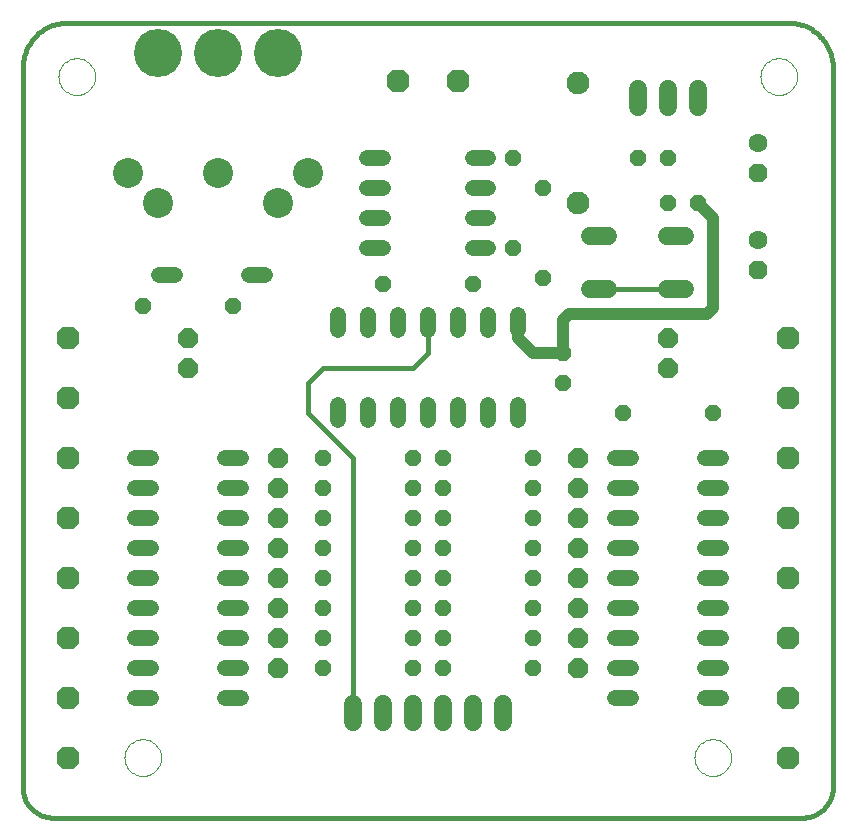
<source format=gtl>
G75*
G70*
%OFA0B0*%
%FSLAX24Y24*%
%IPPOS*%
%LPD*%
%AMOC8*
5,1,8,0,0,1.08239X$1,22.5*
%
%ADD10C,0.0000*%
%ADD11C,0.0160*%
%ADD12C,0.0520*%
%ADD13C,0.1000*%
%ADD14C,0.1600*%
%ADD15OC8,0.0520*%
%ADD16C,0.0594*%
%ADD17OC8,0.0760*%
%ADD18OC8,0.0630*%
%ADD19C,0.0630*%
%ADD20OC8,0.0660*%
%ADD21C,0.0600*%
%ADD22C,0.0760*%
%ADD23C,0.0400*%
D10*
X000182Y000889D02*
X000182Y002689D01*
X003572Y002189D02*
X003574Y002238D01*
X003580Y002287D01*
X003590Y002335D01*
X003603Y002382D01*
X003621Y002428D01*
X003642Y002472D01*
X003666Y002515D01*
X003694Y002555D01*
X003725Y002594D01*
X003759Y002629D01*
X003796Y002662D01*
X003835Y002691D01*
X003877Y002717D01*
X003920Y002740D01*
X003966Y002759D01*
X004012Y002775D01*
X004060Y002787D01*
X004108Y002795D01*
X004157Y002799D01*
X004207Y002799D01*
X004256Y002795D01*
X004304Y002787D01*
X004352Y002775D01*
X004398Y002759D01*
X004444Y002740D01*
X004487Y002717D01*
X004529Y002691D01*
X004568Y002662D01*
X004605Y002629D01*
X004639Y002594D01*
X004670Y002555D01*
X004698Y002515D01*
X004722Y002472D01*
X004743Y002428D01*
X004761Y002382D01*
X004774Y002335D01*
X004784Y002287D01*
X004790Y002238D01*
X004792Y002189D01*
X004790Y002140D01*
X004784Y002091D01*
X004774Y002043D01*
X004761Y001996D01*
X004743Y001950D01*
X004722Y001906D01*
X004698Y001863D01*
X004670Y001823D01*
X004639Y001784D01*
X004605Y001749D01*
X004568Y001716D01*
X004529Y001687D01*
X004487Y001661D01*
X004444Y001638D01*
X004398Y001619D01*
X004352Y001603D01*
X004304Y001591D01*
X004256Y001583D01*
X004207Y001579D01*
X004157Y001579D01*
X004108Y001583D01*
X004060Y001591D01*
X004012Y001603D01*
X003966Y001619D01*
X003920Y001638D01*
X003877Y001661D01*
X003835Y001687D01*
X003796Y001716D01*
X003759Y001749D01*
X003725Y001784D01*
X003694Y001823D01*
X003666Y001863D01*
X003642Y001906D01*
X003621Y001950D01*
X003603Y001996D01*
X003590Y002043D01*
X003580Y002091D01*
X003574Y002140D01*
X003572Y002189D01*
X022572Y002189D02*
X022574Y002238D01*
X022580Y002287D01*
X022590Y002335D01*
X022603Y002382D01*
X022621Y002428D01*
X022642Y002472D01*
X022666Y002515D01*
X022694Y002555D01*
X022725Y002594D01*
X022759Y002629D01*
X022796Y002662D01*
X022835Y002691D01*
X022877Y002717D01*
X022920Y002740D01*
X022966Y002759D01*
X023012Y002775D01*
X023060Y002787D01*
X023108Y002795D01*
X023157Y002799D01*
X023207Y002799D01*
X023256Y002795D01*
X023304Y002787D01*
X023352Y002775D01*
X023398Y002759D01*
X023444Y002740D01*
X023487Y002717D01*
X023529Y002691D01*
X023568Y002662D01*
X023605Y002629D01*
X023639Y002594D01*
X023670Y002555D01*
X023698Y002515D01*
X023722Y002472D01*
X023743Y002428D01*
X023761Y002382D01*
X023774Y002335D01*
X023784Y002287D01*
X023790Y002238D01*
X023792Y002189D01*
X023790Y002140D01*
X023784Y002091D01*
X023774Y002043D01*
X023761Y001996D01*
X023743Y001950D01*
X023722Y001906D01*
X023698Y001863D01*
X023670Y001823D01*
X023639Y001784D01*
X023605Y001749D01*
X023568Y001716D01*
X023529Y001687D01*
X023487Y001661D01*
X023444Y001638D01*
X023398Y001619D01*
X023352Y001603D01*
X023304Y001591D01*
X023256Y001583D01*
X023207Y001579D01*
X023157Y001579D01*
X023108Y001583D01*
X023060Y001591D01*
X023012Y001603D01*
X022966Y001619D01*
X022920Y001638D01*
X022877Y001661D01*
X022835Y001687D01*
X022796Y001716D01*
X022759Y001749D01*
X022725Y001784D01*
X022694Y001823D01*
X022666Y001863D01*
X022642Y001906D01*
X022621Y001950D01*
X022603Y001996D01*
X022590Y002043D01*
X022580Y002091D01*
X022574Y002140D01*
X022572Y002189D01*
X024772Y024889D02*
X024774Y024938D01*
X024780Y024987D01*
X024790Y025035D01*
X024803Y025082D01*
X024821Y025128D01*
X024842Y025172D01*
X024866Y025215D01*
X024894Y025255D01*
X024925Y025294D01*
X024959Y025329D01*
X024996Y025362D01*
X025035Y025391D01*
X025077Y025417D01*
X025120Y025440D01*
X025166Y025459D01*
X025212Y025475D01*
X025260Y025487D01*
X025308Y025495D01*
X025357Y025499D01*
X025407Y025499D01*
X025456Y025495D01*
X025504Y025487D01*
X025552Y025475D01*
X025598Y025459D01*
X025644Y025440D01*
X025687Y025417D01*
X025729Y025391D01*
X025768Y025362D01*
X025805Y025329D01*
X025839Y025294D01*
X025870Y025255D01*
X025898Y025215D01*
X025922Y025172D01*
X025943Y025128D01*
X025961Y025082D01*
X025974Y025035D01*
X025984Y024987D01*
X025990Y024938D01*
X025992Y024889D01*
X025990Y024840D01*
X025984Y024791D01*
X025974Y024743D01*
X025961Y024696D01*
X025943Y024650D01*
X025922Y024606D01*
X025898Y024563D01*
X025870Y024523D01*
X025839Y024484D01*
X025805Y024449D01*
X025768Y024416D01*
X025729Y024387D01*
X025687Y024361D01*
X025644Y024338D01*
X025598Y024319D01*
X025552Y024303D01*
X025504Y024291D01*
X025456Y024283D01*
X025407Y024279D01*
X025357Y024279D01*
X025308Y024283D01*
X025260Y024291D01*
X025212Y024303D01*
X025166Y024319D01*
X025120Y024338D01*
X025077Y024361D01*
X025035Y024387D01*
X024996Y024416D01*
X024959Y024449D01*
X024925Y024484D01*
X024894Y024523D01*
X024866Y024563D01*
X024842Y024606D01*
X024821Y024650D01*
X024803Y024696D01*
X024790Y024743D01*
X024780Y024791D01*
X024774Y024840D01*
X024772Y024889D01*
X001372Y024889D02*
X001374Y024938D01*
X001380Y024987D01*
X001390Y025035D01*
X001403Y025082D01*
X001421Y025128D01*
X001442Y025172D01*
X001466Y025215D01*
X001494Y025255D01*
X001525Y025294D01*
X001559Y025329D01*
X001596Y025362D01*
X001635Y025391D01*
X001677Y025417D01*
X001720Y025440D01*
X001766Y025459D01*
X001812Y025475D01*
X001860Y025487D01*
X001908Y025495D01*
X001957Y025499D01*
X002007Y025499D01*
X002056Y025495D01*
X002104Y025487D01*
X002152Y025475D01*
X002198Y025459D01*
X002244Y025440D01*
X002287Y025417D01*
X002329Y025391D01*
X002368Y025362D01*
X002405Y025329D01*
X002439Y025294D01*
X002470Y025255D01*
X002498Y025215D01*
X002522Y025172D01*
X002543Y025128D01*
X002561Y025082D01*
X002574Y025035D01*
X002584Y024987D01*
X002590Y024938D01*
X002592Y024889D01*
X002590Y024840D01*
X002584Y024791D01*
X002574Y024743D01*
X002561Y024696D01*
X002543Y024650D01*
X002522Y024606D01*
X002498Y024563D01*
X002470Y024523D01*
X002439Y024484D01*
X002405Y024449D01*
X002368Y024416D01*
X002329Y024387D01*
X002287Y024361D01*
X002244Y024338D01*
X002198Y024319D01*
X002152Y024303D01*
X002104Y024291D01*
X002056Y024283D01*
X002007Y024279D01*
X001957Y024279D01*
X001908Y024283D01*
X001860Y024291D01*
X001812Y024303D01*
X001766Y024319D01*
X001720Y024338D01*
X001677Y024361D01*
X001635Y024387D01*
X001596Y024416D01*
X001559Y024449D01*
X001525Y024484D01*
X001494Y024523D01*
X001466Y024563D01*
X001442Y024606D01*
X001421Y024650D01*
X001403Y024696D01*
X001390Y024743D01*
X001380Y024791D01*
X001374Y024840D01*
X001372Y024889D01*
D11*
X000182Y025189D02*
X000184Y025265D01*
X000190Y025341D01*
X000199Y025416D01*
X000213Y025491D01*
X000230Y025565D01*
X000251Y025638D01*
X000275Y025710D01*
X000304Y025781D01*
X000335Y025850D01*
X000370Y025917D01*
X000409Y025982D01*
X000451Y026046D01*
X000496Y026107D01*
X000544Y026166D01*
X000595Y026222D01*
X000649Y026276D01*
X000705Y026327D01*
X000764Y026375D01*
X000825Y026420D01*
X000889Y026462D01*
X000954Y026501D01*
X001021Y026536D01*
X001090Y026567D01*
X001161Y026596D01*
X001233Y026620D01*
X001306Y026641D01*
X001380Y026658D01*
X001455Y026672D01*
X001530Y026681D01*
X001606Y026687D01*
X001682Y026689D01*
X025682Y026689D01*
X025758Y026687D01*
X025834Y026681D01*
X025909Y026672D01*
X025984Y026658D01*
X026058Y026641D01*
X026131Y026620D01*
X026203Y026596D01*
X026274Y026567D01*
X026343Y026536D01*
X026410Y026501D01*
X026475Y026462D01*
X026539Y026420D01*
X026600Y026375D01*
X026659Y026327D01*
X026715Y026276D01*
X026769Y026222D01*
X026820Y026166D01*
X026868Y026107D01*
X026913Y026046D01*
X026955Y025982D01*
X026994Y025917D01*
X027029Y025850D01*
X027060Y025781D01*
X027089Y025710D01*
X027113Y025638D01*
X027134Y025565D01*
X027151Y025491D01*
X027165Y025416D01*
X027174Y025341D01*
X027180Y025265D01*
X027182Y025189D01*
X027182Y001189D01*
X027180Y001129D01*
X027175Y001068D01*
X027166Y001009D01*
X027153Y000950D01*
X027137Y000891D01*
X027117Y000834D01*
X027094Y000779D01*
X027067Y000724D01*
X027038Y000672D01*
X027005Y000621D01*
X026969Y000572D01*
X026931Y000526D01*
X026889Y000482D01*
X026845Y000440D01*
X026799Y000402D01*
X026750Y000366D01*
X026699Y000333D01*
X026647Y000304D01*
X026592Y000277D01*
X026537Y000254D01*
X026480Y000234D01*
X026421Y000218D01*
X026362Y000205D01*
X026303Y000196D01*
X026242Y000191D01*
X026182Y000189D01*
X001182Y000189D01*
X001122Y000191D01*
X001061Y000196D01*
X001002Y000205D01*
X000943Y000218D01*
X000884Y000234D01*
X000827Y000254D01*
X000772Y000277D01*
X000717Y000304D01*
X000665Y000333D01*
X000614Y000366D01*
X000565Y000402D01*
X000519Y000440D01*
X000475Y000482D01*
X000433Y000526D01*
X000395Y000572D01*
X000359Y000621D01*
X000326Y000672D01*
X000297Y000724D01*
X000270Y000779D01*
X000247Y000834D01*
X000227Y000891D01*
X000211Y000950D01*
X000198Y001009D01*
X000189Y001068D01*
X000184Y001129D01*
X000182Y001189D01*
X000182Y002689D01*
X000182Y025189D01*
X010182Y015189D02*
X009682Y014689D01*
X009682Y013689D01*
X011182Y012189D01*
X011182Y003689D01*
X010182Y015189D02*
X013182Y015189D01*
X013682Y015689D01*
X013682Y016689D01*
X019402Y017799D02*
X021962Y017799D01*
D12*
X016682Y016949D02*
X016682Y016429D01*
X015682Y016429D02*
X015682Y016949D01*
X014682Y016949D02*
X014682Y016429D01*
X013682Y016429D02*
X013682Y016949D01*
X012682Y016949D02*
X012682Y016429D01*
X011682Y016429D02*
X011682Y016949D01*
X010682Y016949D02*
X010682Y016429D01*
X008242Y018289D02*
X007722Y018289D01*
X005242Y018289D02*
X004722Y018289D01*
X010682Y013949D02*
X010682Y013429D01*
X011682Y013429D02*
X011682Y013949D01*
X012682Y013949D02*
X012682Y013429D01*
X013682Y013429D02*
X013682Y013949D01*
X014682Y013949D02*
X014682Y013429D01*
X015682Y013429D02*
X015682Y013949D01*
X016682Y013949D02*
X016682Y013429D01*
X019922Y012189D02*
X020442Y012189D01*
X020442Y011189D02*
X019922Y011189D01*
X019922Y010189D02*
X020442Y010189D01*
X020442Y009189D02*
X019922Y009189D01*
X019922Y008189D02*
X020442Y008189D01*
X020442Y007189D02*
X019922Y007189D01*
X019922Y006189D02*
X020442Y006189D01*
X020442Y005189D02*
X019922Y005189D01*
X019922Y004189D02*
X020442Y004189D01*
X022922Y004189D02*
X023442Y004189D01*
X023442Y005189D02*
X022922Y005189D01*
X022922Y006189D02*
X023442Y006189D01*
X023442Y007189D02*
X022922Y007189D01*
X022922Y008189D02*
X023442Y008189D01*
X023442Y009189D02*
X022922Y009189D01*
X022922Y010189D02*
X023442Y010189D01*
X023442Y011189D02*
X022922Y011189D01*
X022922Y012189D02*
X023442Y012189D01*
X015702Y019189D02*
X015182Y019189D01*
X015182Y020189D02*
X015702Y020189D01*
X015702Y021189D02*
X015182Y021189D01*
X015182Y022189D02*
X015702Y022189D01*
X012182Y022189D02*
X011662Y022189D01*
X011662Y021189D02*
X012182Y021189D01*
X012182Y020189D02*
X011662Y020189D01*
X011662Y019189D02*
X012182Y019189D01*
X007442Y012189D02*
X006922Y012189D01*
X006922Y011189D02*
X007442Y011189D01*
X007442Y010189D02*
X006922Y010189D01*
X006922Y009189D02*
X007442Y009189D01*
X007442Y008189D02*
X006922Y008189D01*
X006922Y007189D02*
X007442Y007189D01*
X007442Y006189D02*
X006922Y006189D01*
X006922Y005189D02*
X007442Y005189D01*
X007442Y004189D02*
X006922Y004189D01*
X004442Y004189D02*
X003922Y004189D01*
X003922Y005189D02*
X004442Y005189D01*
X004442Y006189D02*
X003922Y006189D01*
X003922Y007189D02*
X004442Y007189D01*
X004442Y008189D02*
X003922Y008189D01*
X003922Y009189D02*
X004442Y009189D01*
X004442Y010189D02*
X003922Y010189D01*
X003922Y011189D02*
X004442Y011189D01*
X004442Y012189D02*
X003922Y012189D01*
D13*
X004682Y020689D03*
X003682Y021689D03*
X006682Y021689D03*
X008682Y020689D03*
X009682Y021689D03*
D14*
X008682Y025689D03*
X006682Y025689D03*
X004682Y025689D03*
D15*
X012182Y017989D03*
X015182Y017989D03*
X016532Y019189D03*
X017532Y018189D03*
X018182Y015689D03*
X018182Y014689D03*
X020182Y013689D03*
X023182Y013689D03*
X017182Y012189D03*
X017182Y011189D03*
X017182Y010189D03*
X017182Y009189D03*
X017182Y008189D03*
X017182Y007189D03*
X017182Y006189D03*
X017182Y005189D03*
X014182Y005189D03*
X013182Y005189D03*
X013182Y006189D03*
X014182Y006189D03*
X014182Y007189D03*
X013182Y007189D03*
X013182Y008189D03*
X014182Y008189D03*
X014182Y009189D03*
X014182Y010189D03*
X013182Y010189D03*
X013182Y009189D03*
X013182Y011189D03*
X014182Y011189D03*
X014182Y012189D03*
X013182Y012189D03*
X010182Y012189D03*
X010182Y011189D03*
X010182Y010189D03*
X010182Y009189D03*
X010182Y008189D03*
X010182Y007189D03*
X010182Y006189D03*
X010182Y005189D03*
X007182Y017239D03*
X004182Y017239D03*
X016532Y022189D03*
X017532Y021189D03*
X020682Y022189D03*
X021682Y022189D03*
X021682Y020689D03*
X022682Y020689D03*
D16*
X016182Y003986D02*
X016182Y003392D01*
X015182Y003392D02*
X015182Y003986D01*
X014182Y003986D02*
X014182Y003392D01*
X013182Y003392D02*
X013182Y003986D01*
X012182Y003986D02*
X012182Y003392D01*
X011182Y003392D02*
X011182Y003986D01*
D17*
X001682Y004189D03*
X001682Y002189D03*
X001682Y006189D03*
X001682Y008189D03*
X001682Y010189D03*
X001682Y012189D03*
X001682Y014189D03*
X001682Y016189D03*
X012682Y024739D03*
X014682Y024739D03*
X025682Y016189D03*
X025682Y014189D03*
X025682Y012189D03*
X025682Y010189D03*
X025682Y008189D03*
X025682Y006189D03*
X025682Y004189D03*
X025682Y002189D03*
D18*
X024682Y018439D03*
X024682Y021689D03*
D19*
X024682Y022689D03*
X024682Y019439D03*
D20*
X021682Y016189D03*
X021682Y015189D03*
X018682Y012189D03*
X018682Y011189D03*
X018682Y010189D03*
X018682Y009189D03*
X018682Y008189D03*
X018682Y007189D03*
X018682Y006189D03*
X018682Y005189D03*
X008682Y005189D03*
X008682Y006189D03*
X008682Y007189D03*
X008682Y008189D03*
X008682Y009189D03*
X008682Y010189D03*
X008682Y011189D03*
X008682Y012189D03*
X005682Y015189D03*
X005682Y016189D03*
D21*
X019102Y017799D02*
X019702Y017799D01*
X019702Y019579D02*
X019102Y019579D01*
X021662Y019579D02*
X022262Y019579D01*
X022262Y017799D02*
X021662Y017799D01*
X021682Y023889D02*
X021682Y024489D01*
X022682Y024489D02*
X022682Y023889D01*
X020682Y023889D02*
X020682Y024489D01*
D22*
X018682Y024689D03*
X018682Y020689D03*
D23*
X018382Y016989D02*
X018182Y016789D01*
X018182Y015689D01*
X017182Y015689D01*
X016682Y016189D01*
X016682Y016689D01*
X018382Y016989D02*
X022982Y016989D01*
X023182Y017189D01*
X023182Y020189D01*
X022682Y020689D01*
M02*

</source>
